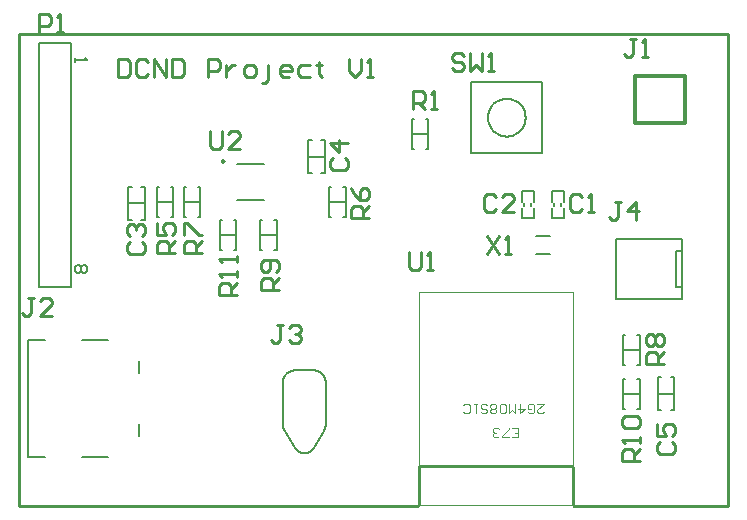
<source format=gto>
G04*
G04 #@! TF.GenerationSoftware,Altium Limited,Altium Designer,19.1.9 (167)*
G04*
G04 Layer_Color=65535*
%FSLAX25Y25*%
%MOIN*%
G70*
G01*
G75*
%ADD10C,0.00787*%
%ADD11C,0.00984*%
%ADD12C,0.00600*%
%ADD13C,0.01000*%
%ADD14C,0.00591*%
%ADD15C,0.01181*%
%ADD16C,0.00394*%
D10*
X91850Y45279D02*
X90831Y45145D01*
X89882Y44752D01*
X89066Y44126D01*
X88441Y43311D01*
X88047Y42362D01*
X87913Y41342D01*
X101488Y25083D02*
X101934Y26084D01*
X102087Y27169D01*
X87913D02*
X88066Y26084D01*
X88512Y25083D01*
X91787Y19251D02*
X92413Y18549D01*
X93187Y18016D01*
X94067Y17684D01*
X95000Y17571D01*
X95934Y17684D01*
X96813Y18016D01*
X97588Y18549D01*
X98214Y19251D01*
X102087Y41342D02*
X101953Y42362D01*
X101559Y43311D01*
X100934Y44126D01*
X100118Y44752D01*
X99169Y45145D01*
X98150Y45279D01*
X219000Y85000D02*
X221000D01*
X219000Y73000D02*
Y85000D01*
Y73000D02*
X221000D01*
X199000Y69000D02*
X221000D01*
X199000D02*
Y89000D01*
X221000D01*
Y69000D02*
Y89000D01*
X98213Y19251D02*
X101488Y25083D01*
X87913Y27169D02*
Y41342D01*
X88512Y25083D02*
X91787Y19251D01*
X102087Y27169D02*
X102087Y41342D01*
X91850Y45279D02*
X98150D01*
X72472Y114102D02*
X81528D01*
X72472Y101898D02*
X81528D01*
X168319Y100106D02*
Y100894D01*
X170681Y100106D02*
Y100894D01*
X178319Y100106D02*
Y100894D01*
X180681Y100106D02*
Y100894D01*
X172138Y84047D02*
X176862D01*
X172138Y89953D02*
X176862D01*
X2932Y55520D02*
X8432D01*
X2932Y16520D02*
Y55520D01*
Y16520D02*
X8432D01*
X39931Y44520D02*
Y48520D01*
Y23520D02*
Y27520D01*
X20932Y55520D02*
X29432D01*
X20932Y16520D02*
X29432D01*
X6516Y73150D02*
X17106D01*
Y154331D01*
X6516D02*
X17106D01*
X6516Y73150D02*
Y154331D01*
D11*
X68339Y114988D02*
X67600Y115414D01*
Y114562D01*
X68339Y114988D01*
D12*
X168802Y129500D02*
X168725Y130486D01*
X168494Y131448D01*
X168115Y132361D01*
X167599Y133204D01*
X166956Y133956D01*
X166204Y134599D01*
X165361Y135115D01*
X164447Y135494D01*
X163486Y135725D01*
X162500Y135802D01*
X161514Y135725D01*
X160553Y135494D01*
X159639Y135115D01*
X158796Y134599D01*
X158044Y133956D01*
X157401Y133204D01*
X156885Y132361D01*
X156506Y131448D01*
X156275Y130486D01*
X156198Y129500D01*
X156275Y128514D01*
X156506Y127552D01*
X156885Y126639D01*
X157401Y125796D01*
X158044Y125044D01*
X158796Y124401D01*
X159639Y123885D01*
X160553Y123506D01*
X161514Y123275D01*
X162500Y123198D01*
X163486Y123275D01*
X164447Y123506D01*
X165361Y123885D01*
X166204Y124401D01*
X166956Y125044D01*
X167599Y125796D01*
X168115Y126639D01*
X168494Y127552D01*
X168725Y128514D01*
X168802Y129500D01*
X167532Y95874D02*
Y99516D01*
Y101484D02*
Y105126D01*
X171468Y95874D02*
Y99516D01*
Y101484D02*
Y105126D01*
X167532D02*
X171468D01*
X167532Y95874D02*
X171468D01*
X177532D02*
Y99516D01*
Y101484D02*
Y105126D01*
X181468Y95874D02*
Y99516D01*
Y101484D02*
Y105126D01*
X177532D02*
X181468D01*
X177532Y95874D02*
X181468D01*
X150689Y117689D02*
X174311D01*
X150689D02*
Y141311D01*
X174311D01*
Y117689D02*
Y141311D01*
X21836Y80236D02*
X22503Y79570D01*
Y78237D01*
X21836Y77570D01*
X21170D01*
X20503Y78237D01*
X19837Y77570D01*
X19170D01*
X18504Y78237D01*
Y79570D01*
X19170Y80236D01*
X19837D01*
X20503Y79570D01*
X21170Y80236D01*
X21836D01*
X20503Y79570D02*
Y78237D01*
X18504Y149213D02*
Y147880D01*
Y148546D01*
X22503D01*
X21836Y149213D01*
D13*
X185000Y0D02*
X236221D01*
X184500Y500D02*
X185000Y0D01*
X184500Y500D02*
X184500D01*
X0Y0D02*
X132819D01*
X184500Y500D02*
Y13138D01*
X184319Y13319D02*
X184500Y13138D01*
X133319Y13319D02*
X184319D01*
X133319Y500D02*
Y13319D01*
X236221Y0D02*
Y157480D01*
X0D02*
X236221D01*
X0Y0D02*
Y157480D01*
X33000Y148998D02*
Y143000D01*
X35999D01*
X36999Y144000D01*
Y147998D01*
X35999Y148998D01*
X33000D01*
X42997Y147998D02*
X41997Y148998D01*
X39998D01*
X38998Y147998D01*
Y144000D01*
X39998Y143000D01*
X41997D01*
X42997Y144000D01*
X44996Y143000D02*
Y148998D01*
X48995Y143000D01*
Y148998D01*
X50994D02*
Y143000D01*
X53993D01*
X54993Y144000D01*
Y147998D01*
X53993Y148998D01*
X50994D01*
X62990Y143000D02*
Y148998D01*
X65989D01*
X66989Y147998D01*
Y145999D01*
X65989Y144999D01*
X62990D01*
X68988Y146999D02*
Y143000D01*
Y144999D01*
X69988Y145999D01*
X70988Y146999D01*
X71987D01*
X75986Y143000D02*
X77986D01*
X78985Y144000D01*
Y145999D01*
X77986Y146999D01*
X75986D01*
X74986Y145999D01*
Y144000D01*
X75986Y143000D01*
X80984Y141001D02*
X81984D01*
X82984Y142000D01*
Y146999D01*
X89982Y143000D02*
X87982D01*
X86983Y144000D01*
Y145999D01*
X87982Y146999D01*
X89982D01*
X90981Y145999D01*
Y144999D01*
X86983D01*
X96979Y146999D02*
X93980D01*
X92981Y145999D01*
Y144000D01*
X93980Y143000D01*
X96979D01*
X99978Y147998D02*
Y146999D01*
X98979D01*
X100978D01*
X99978D01*
Y144000D01*
X100978Y143000D01*
X109975Y148998D02*
Y144999D01*
X111975Y143000D01*
X113974Y144999D01*
Y148998D01*
X115973Y143000D02*
X117973D01*
X116973D01*
Y148998D01*
X115973Y147998D01*
X200599Y101398D02*
X198599D01*
X199599D01*
Y96400D01*
X198599Y95400D01*
X197600D01*
X196600Y96400D01*
X205597Y95400D02*
Y101398D01*
X202598Y98399D01*
X206597D01*
X87999Y60398D02*
X85999D01*
X86999D01*
Y55400D01*
X85999Y54400D01*
X85000D01*
X84000Y55400D01*
X89998Y59398D02*
X90998Y60398D01*
X92997D01*
X93997Y59398D01*
Y58399D01*
X92997Y57399D01*
X91997D01*
X92997D01*
X93997Y56399D01*
Y55400D01*
X92997Y54400D01*
X90998D01*
X89998Y55400D01*
X63700Y125198D02*
Y120200D01*
X64700Y119200D01*
X66699D01*
X67699Y120200D01*
Y125198D01*
X73697Y119200D02*
X69698D01*
X73697Y123199D01*
Y124198D01*
X72697Y125198D01*
X70698D01*
X69698Y124198D01*
X215000Y47500D02*
X209002D01*
Y50499D01*
X210002Y51499D01*
X212001D01*
X213001Y50499D01*
Y47500D01*
Y49499D02*
X215000Y51499D01*
X210002Y53498D02*
X209002Y54498D01*
Y56497D01*
X210002Y57497D01*
X211001D01*
X212001Y56497D01*
X213001Y57497D01*
X214000D01*
X215000Y56497D01*
Y54498D01*
X214000Y53498D01*
X213001D01*
X212001Y54498D01*
X211001Y53498D01*
X210002D01*
X212001Y54498D02*
Y56497D01*
X207000Y15000D02*
X201002D01*
Y17999D01*
X202002Y18999D01*
X204001D01*
X205001Y17999D01*
Y15000D01*
Y16999D02*
X207000Y18999D01*
Y20998D02*
Y22997D01*
Y21998D01*
X201002D01*
X202002Y20998D01*
Y25996D02*
X201002Y26996D01*
Y28995D01*
X202002Y29995D01*
X206000D01*
X207000Y28995D01*
Y26996D01*
X206000Y25996D01*
X202002D01*
X72500Y70441D02*
X66502D01*
Y73440D01*
X67502Y74440D01*
X69501D01*
X70501Y73440D01*
Y70441D01*
Y72440D02*
X72500Y74440D01*
Y76439D02*
Y78438D01*
Y77439D01*
X66502D01*
X67502Y76439D01*
X72500Y81437D02*
Y83437D01*
Y82437D01*
X66502D01*
X67502Y81437D01*
X86500Y72000D02*
X80502D01*
Y74999D01*
X81502Y75999D01*
X83501D01*
X84501Y74999D01*
Y72000D01*
Y73999D02*
X86500Y75999D01*
X85500Y77998D02*
X86500Y78998D01*
Y80997D01*
X85500Y81997D01*
X81502D01*
X80502Y80997D01*
Y78998D01*
X81502Y77998D01*
X82501D01*
X83501Y78998D01*
Y81997D01*
X61000Y84500D02*
X55002D01*
Y87499D01*
X56002Y88499D01*
X58001D01*
X59001Y87499D01*
Y84500D01*
Y86499D02*
X61000Y88499D01*
X55002Y90498D02*
Y94497D01*
X56002D01*
X60000Y90498D01*
X61000D01*
X116500Y95941D02*
X110502D01*
Y98940D01*
X111502Y99940D01*
X113501D01*
X114501Y98940D01*
Y95941D01*
Y97940D02*
X116500Y99940D01*
X110502Y105938D02*
X111502Y103938D01*
X113501Y101939D01*
X115500D01*
X116500Y102939D01*
Y104938D01*
X115500Y105938D01*
X114501D01*
X113501Y104938D01*
Y101939D01*
X52000Y84500D02*
X46002D01*
Y87499D01*
X47002Y88499D01*
X49001D01*
X50001Y87499D01*
Y84500D01*
Y86499D02*
X52000Y88499D01*
X46002Y94497D02*
Y90498D01*
X49001D01*
X48001Y92497D01*
Y93497D01*
X49001Y94497D01*
X51000D01*
X52000Y93497D01*
Y91498D01*
X51000Y90498D01*
X131400Y132400D02*
Y138398D01*
X134399D01*
X135399Y137398D01*
Y135399D01*
X134399Y134399D01*
X131400D01*
X133399D02*
X135399Y132400D01*
X137398D02*
X139397D01*
X138398D01*
Y138398D01*
X137398Y137398D01*
X213502Y21499D02*
X212502Y20499D01*
Y18500D01*
X213502Y17500D01*
X217500D01*
X218500Y18500D01*
Y20499D01*
X217500Y21499D01*
X212502Y27497D02*
Y23498D01*
X215501D01*
X214501Y25497D01*
Y26497D01*
X215501Y27497D01*
X217500D01*
X218500Y26497D01*
Y24498D01*
X217500Y23498D01*
X104502Y115999D02*
X103502Y114999D01*
Y113000D01*
X104502Y112000D01*
X108500D01*
X109500Y113000D01*
Y114999D01*
X108500Y115999D01*
X109500Y120997D02*
X103502D01*
X106501Y117998D01*
Y121997D01*
X37002Y87999D02*
X36002Y86999D01*
Y85000D01*
X37002Y84000D01*
X41000D01*
X42000Y85000D01*
Y86999D01*
X41000Y87999D01*
X37002Y89998D02*
X36002Y90998D01*
Y92997D01*
X37002Y93997D01*
X38001D01*
X39001Y92997D01*
Y91997D01*
Y92997D01*
X40001Y93997D01*
X41000D01*
X42000Y92997D01*
Y90998D01*
X41000Y89998D01*
X4999Y69418D02*
X2999D01*
X3999D01*
Y64419D01*
X2999Y63420D01*
X2000D01*
X1000Y64419D01*
X10997Y63420D02*
X6998D01*
X10997Y67418D01*
Y68418D01*
X9997Y69418D01*
X7998D01*
X6998Y68418D01*
X148399Y150098D02*
X147399Y151098D01*
X145400D01*
X144400Y150098D01*
Y149099D01*
X145400Y148099D01*
X147399D01*
X148399Y147099D01*
Y146100D01*
X147399Y145100D01*
X145400D01*
X144400Y146100D01*
X150398Y151098D02*
Y145100D01*
X152397Y147099D01*
X154397Y145100D01*
Y151098D01*
X156396Y145100D02*
X158396D01*
X157396D01*
Y151098D01*
X156396Y150098D01*
X156000Y89998D02*
X159999Y84000D01*
Y89998D02*
X156000Y84000D01*
X161998D02*
X163997D01*
X162998D01*
Y89998D01*
X161998Y88998D01*
X158999Y102998D02*
X157999Y103998D01*
X156000D01*
X155000Y102998D01*
Y99000D01*
X156000Y98000D01*
X157999D01*
X158999Y99000D01*
X164997Y98000D02*
X160998D01*
X164997Y101999D01*
Y102998D01*
X163997Y103998D01*
X161998D01*
X160998Y102998D01*
X187499D02*
X186499Y103998D01*
X184500D01*
X183500Y102998D01*
Y99000D01*
X184500Y98000D01*
X186499D01*
X187499Y99000D01*
X189498Y98000D02*
X191497D01*
X190498D01*
Y103998D01*
X189498Y102998D01*
X205555Y155566D02*
X203555D01*
X204555D01*
Y150567D01*
X203555Y149568D01*
X202556D01*
X201556Y150567D01*
X207554Y149568D02*
X209553D01*
X208554D01*
Y155566D01*
X207554Y154566D01*
X129974Y84728D02*
Y79729D01*
X130974Y78730D01*
X132973D01*
X133973Y79729D01*
Y84728D01*
X135972Y78730D02*
X137971D01*
X136972D01*
Y84728D01*
X135972Y83728D01*
X6600Y158200D02*
Y164198D01*
X9599D01*
X10599Y163198D01*
Y161199D01*
X9599Y160199D01*
X6600D01*
X12598Y158200D02*
X14597D01*
X13598D01*
Y164198D01*
X12598Y163198D01*
D14*
X85000Y85500D02*
X85756D01*
Y95500D01*
X85000D02*
X85756D01*
X80244D02*
X81000D01*
X80244Y85500D02*
Y95500D01*
Y85500D02*
X81000D01*
X80244Y90500D02*
X85756D01*
X71500Y85500D02*
X72256D01*
Y95500D01*
X71500D02*
X72256D01*
X66744D02*
X67500D01*
X66744Y85500D02*
Y95500D01*
Y85500D02*
X67500D01*
X66744Y90500D02*
X72256D01*
X96244Y122012D02*
X97425D01*
X96244Y110988D02*
Y122012D01*
Y110988D02*
X97425D01*
X100575D02*
X101756D01*
Y122012D01*
X100575D02*
X101756D01*
X96244Y116500D02*
X101756D01*
X108000Y96500D02*
X108756D01*
Y106500D01*
X108000D02*
X108756D01*
X103244D02*
X104000D01*
X103244Y96500D02*
Y106500D01*
Y96500D02*
X104000D01*
X103244Y101500D02*
X108756D01*
X50630Y96386D02*
X51386D01*
Y106386D01*
X50630D02*
X51386D01*
X45874D02*
X46630D01*
X45874Y96386D02*
Y106386D01*
Y96386D02*
X46630D01*
X45874Y101386D02*
X51386D01*
X40575Y95488D02*
X41756D01*
Y106512D01*
X40575D02*
X41756D01*
X36244D02*
X37425D01*
X36244Y95488D02*
Y106512D01*
Y95488D02*
X37425D01*
X36244Y101000D02*
X41756D01*
X59500Y96500D02*
X60256D01*
Y106500D01*
X59500D02*
X60256D01*
X54744D02*
X55500D01*
X54744Y96500D02*
Y106500D01*
Y96500D02*
X55500D01*
X54744Y101500D02*
X60256D01*
X206000Y47000D02*
X206756D01*
Y57000D01*
X206000D02*
X206756D01*
X201244D02*
X202000D01*
X201244Y47000D02*
Y57000D01*
Y47000D02*
X202000D01*
X201244Y52000D02*
X206756D01*
X217075Y31988D02*
X218256D01*
Y43012D01*
X217075D02*
X218256D01*
X212744D02*
X213925D01*
X212744Y31988D02*
Y43012D01*
Y31988D02*
X213925D01*
X212744Y37500D02*
X218256D01*
X206000Y32500D02*
X206756D01*
Y42500D01*
X206000D02*
X206756D01*
X201244D02*
X202000D01*
X201244Y32500D02*
Y42500D01*
Y32500D02*
X202000D01*
X201244Y37500D02*
X206756D01*
X135500Y119000D02*
X136256D01*
Y129000D01*
X135500D02*
X136256D01*
X130744D02*
X131500D01*
X130744Y119000D02*
Y129000D01*
Y119000D02*
X131500D01*
X130744Y124000D02*
X136256D01*
D15*
X205279Y127626D02*
Y143374D01*
Y127626D02*
X222012D01*
Y143374D01*
X205279D02*
X222012D01*
D16*
X184500Y500D02*
Y71366D01*
X133319D02*
X184500D01*
X133319Y500D02*
Y71366D01*
Y500D02*
X184500D01*
X172665Y34067D02*
X174764D01*
X172665Y31968D01*
Y31443D01*
X173190Y30918D01*
X174239D01*
X174764Y31443D01*
X169516D02*
X170041Y30918D01*
X171091D01*
X171615Y31443D01*
Y33542D01*
X171091Y34067D01*
X170041D01*
X169516Y33542D01*
Y32493D01*
X170566D01*
X166893Y34067D02*
Y30918D01*
X168467Y32493D01*
X166368D01*
X165318Y34067D02*
Y30918D01*
X164269Y31968D01*
X163219Y30918D01*
Y34067D01*
X162170Y31443D02*
X161645Y30918D01*
X160595D01*
X160071Y31443D01*
Y33542D01*
X160595Y34067D01*
X161645D01*
X162170Y33542D01*
Y31443D01*
X159021D02*
X158496Y30918D01*
X157447D01*
X156922Y31443D01*
Y31968D01*
X157447Y32493D01*
X156922Y33017D01*
Y33542D01*
X157447Y34067D01*
X158496D01*
X159021Y33542D01*
Y33017D01*
X158496Y32493D01*
X159021Y31968D01*
Y31443D01*
X158496Y32493D02*
X157447D01*
X153773Y31443D02*
X154298Y30918D01*
X155348D01*
X155872Y31443D01*
Y31968D01*
X155348Y32493D01*
X154298D01*
X153773Y33017D01*
Y33542D01*
X154298Y34067D01*
X155348D01*
X155872Y33542D01*
X152724Y34067D02*
X151674D01*
X152199D01*
Y30918D01*
X152724Y31443D01*
X148001D02*
X148526Y30918D01*
X149575D01*
X150100Y31443D01*
Y33542D01*
X149575Y34067D01*
X148526D01*
X148001Y33542D01*
X164165Y22918D02*
X166264D01*
Y26067D01*
X164165D01*
X166264Y24493D02*
X165214D01*
X163115Y22918D02*
X161016D01*
Y23443D01*
X163115Y25542D01*
Y26067D01*
X159967Y23443D02*
X159442Y22918D01*
X158393D01*
X157868Y23443D01*
Y23968D01*
X158393Y24493D01*
X158917D01*
X158393D01*
X157868Y25017D01*
Y25542D01*
X158393Y26067D01*
X159442D01*
X159967Y25542D01*
M02*

</source>
